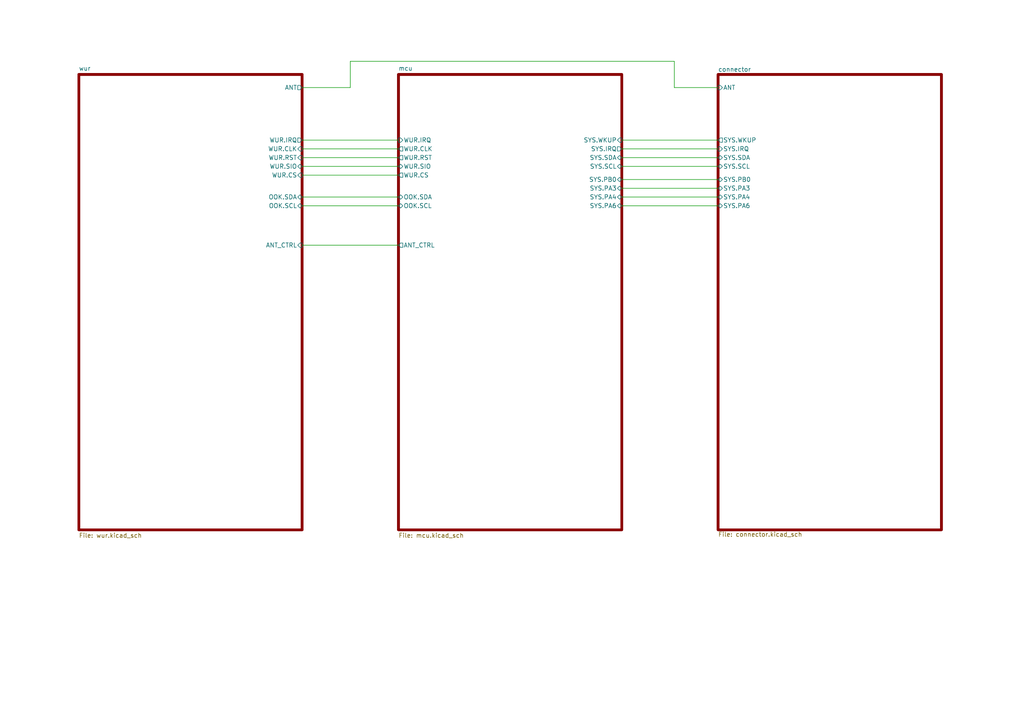
<source format=kicad_sch>
(kicad_sch
	(version 20250114)
	(generator "eeschema")
	(generator_version "9.0")
	(uuid "469302d9-7989-448a-8a09-d81406ccd89a")
	(paper "A4")
	(title_block
		(title "WakeMod")
		(date "09.05.2025")
		(rev "v1.1")
		(company "D-ITET PBL")
		(comment 1 "Silvano Cortesi")
	)
	(lib_symbols)
	(wire
		(pts
			(xy 101.6 25.4) (xy 87.63 25.4)
		)
		(stroke
			(width 0)
			(type default)
		)
		(uuid "0536a5c3-ecc2-4eab-93ee-78852008c6d6")
	)
	(wire
		(pts
			(xy 180.34 52.07) (xy 208.28 52.07)
		)
		(stroke
			(width 0)
			(type default)
		)
		(uuid "17feb09e-4053-4229-97f0-e66b35e7edfd")
	)
	(wire
		(pts
			(xy 195.58 17.78) (xy 101.6 17.78)
		)
		(stroke
			(width 0)
			(type default)
		)
		(uuid "2216242a-9a42-4a13-9329-ce74f4bcf6aa")
	)
	(wire
		(pts
			(xy 180.34 57.15) (xy 208.28 57.15)
		)
		(stroke
			(width 0)
			(type default)
		)
		(uuid "3be4c06a-bdd6-48e0-b81e-5f30eee6537a")
	)
	(wire
		(pts
			(xy 87.63 59.69) (xy 115.57 59.69)
		)
		(stroke
			(width 0)
			(type default)
		)
		(uuid "41de0c36-430a-46b8-928b-7417665fd901")
	)
	(wire
		(pts
			(xy 180.34 54.61) (xy 208.28 54.61)
		)
		(stroke
			(width 0)
			(type default)
		)
		(uuid "4a2177bb-1dfd-489e-bc92-419163eaf438")
	)
	(wire
		(pts
			(xy 180.34 40.64) (xy 208.28 40.64)
		)
		(stroke
			(width 0)
			(type default)
		)
		(uuid "563fef47-dd30-4b34-ae20-862fdaceed66")
	)
	(wire
		(pts
			(xy 208.28 25.4) (xy 195.58 25.4)
		)
		(stroke
			(width 0)
			(type default)
		)
		(uuid "5bbbda96-32e6-4e62-8626-0bb773db3f7b")
	)
	(wire
		(pts
			(xy 195.58 25.4) (xy 195.58 17.78)
		)
		(stroke
			(width 0)
			(type default)
		)
		(uuid "5eb19c1d-1083-497f-a3ff-7bfc2e5399d9")
	)
	(wire
		(pts
			(xy 180.34 48.26) (xy 208.28 48.26)
		)
		(stroke
			(width 0)
			(type default)
		)
		(uuid "6641a7be-3ee7-4ca5-b654-4037d1c15d98")
	)
	(wire
		(pts
			(xy 180.34 59.69) (xy 208.28 59.69)
		)
		(stroke
			(width 0)
			(type default)
		)
		(uuid "6d6c227d-fc59-4b5c-b143-d05be86850d7")
	)
	(wire
		(pts
			(xy 87.63 40.64) (xy 115.57 40.64)
		)
		(stroke
			(width 0)
			(type default)
		)
		(uuid "6de84a18-2bdf-4c7f-99d2-07b41aab547e")
	)
	(wire
		(pts
			(xy 180.34 43.18) (xy 208.28 43.18)
		)
		(stroke
			(width 0)
			(type default)
		)
		(uuid "81a2ac3a-8818-4d13-8bb0-7774e42aa433")
	)
	(wire
		(pts
			(xy 87.63 43.18) (xy 115.57 43.18)
		)
		(stroke
			(width 0)
			(type default)
		)
		(uuid "8d2a076a-64aa-4cfe-abb2-9c7cfd6a55c1")
	)
	(wire
		(pts
			(xy 101.6 17.78) (xy 101.6 25.4)
		)
		(stroke
			(width 0)
			(type default)
		)
		(uuid "9a3217ee-3379-407a-a12e-10193ad1dfff")
	)
	(wire
		(pts
			(xy 87.63 45.72) (xy 115.57 45.72)
		)
		(stroke
			(width 0)
			(type default)
		)
		(uuid "c71bb9e9-010a-4da3-b27f-629164370900")
	)
	(wire
		(pts
			(xy 87.63 57.15) (xy 115.57 57.15)
		)
		(stroke
			(width 0)
			(type default)
		)
		(uuid "c71f9726-a0c6-4c46-87ea-5c52752e349f")
	)
	(wire
		(pts
			(xy 87.63 50.8) (xy 115.57 50.8)
		)
		(stroke
			(width 0)
			(type default)
		)
		(uuid "d29f0cd0-e3aa-47ad-832a-0ae6117d65b7")
	)
	(wire
		(pts
			(xy 87.63 71.12) (xy 115.57 71.12)
		)
		(stroke
			(width 0)
			(type default)
		)
		(uuid "dfabd9b7-ef03-492d-971f-244c6b7f44eb")
	)
	(wire
		(pts
			(xy 87.63 48.26) (xy 115.57 48.26)
		)
		(stroke
			(width 0)
			(type default)
		)
		(uuid "dfe16926-8111-4f0f-b85e-342e21f85f9b")
	)
	(wire
		(pts
			(xy 180.34 45.72) (xy 208.28 45.72)
		)
		(stroke
			(width 0)
			(type default)
		)
		(uuid "ff1104ff-93ec-4e4a-8b83-258b76142385")
	)
	(sheet
		(at 208.28 21.59)
		(size 64.77 132.08)
		(exclude_from_sim no)
		(in_bom yes)
		(on_board yes)
		(dnp no)
		(fields_autoplaced yes)
		(stroke
			(width 0.762)
			(type solid)
		)
		(fill
			(color 0 0 0 0.0000)
		)
		(uuid "85d2a457-6611-45c9-84e5-dfc5d54ca0ac")
		(property "Sheetname" "connector"
			(at 208.28 20.8784 0)
			(effects
				(font
					(size 1.27 1.27)
				)
				(justify left bottom)
			)
		)
		(property "Sheetfile" "connector.kicad_sch"
			(at 208.28 154.2546 0)
			(effects
				(font
					(size 1.27 1.27)
				)
				(justify left top)
			)
		)
		(pin "SYS.WKUP" output
			(at 208.28 40.64 180)
			(uuid "eb72dd4a-b0ed-486a-b6c6-2eed0ab3904d")
			(effects
				(font
					(size 1.27 1.27)
				)
				(justify left)
			)
		)
		(pin "SYS.PB0" bidirectional
			(at 208.28 52.07 180)
			(uuid "0b99d875-58ed-4d00-be76-17f88fef5083")
			(effects
				(font
					(size 1.27 1.27)
				)
				(justify left)
			)
		)
		(pin "SYS.SCL" bidirectional
			(at 208.28 48.26 180)
			(uuid "08bb5bf5-0193-461d-b406-5fdd53a247b0")
			(effects
				(font
					(size 1.27 1.27)
				)
				(justify left)
			)
		)
		(pin "SYS.IRQ" input
			(at 208.28 43.18 180)
			(uuid "cdaf076c-1e09-42ec-ac7e-9331d8fe1e58")
			(effects
				(font
					(size 1.27 1.27)
				)
				(justify left)
			)
		)
		(pin "SYS.SDA" bidirectional
			(at 208.28 45.72 180)
			(uuid "ca23134c-24a3-4a8e-8a7d-f1aa17fd52b1")
			(effects
				(font
					(size 1.27 1.27)
				)
				(justify left)
			)
		)
		(pin "ANT" input
			(at 208.28 25.4 180)
			(uuid "5acaba85-438e-404c-b37c-35e48a34b6f9")
			(effects
				(font
					(size 1.27 1.27)
				)
				(justify left)
			)
		)
		(pin "SYS.PA4" bidirectional
			(at 208.28 57.15 180)
			(uuid "74d2caa9-b1db-498f-8b47-96f919b964e2")
			(effects
				(font
					(size 1.27 1.27)
				)
				(justify left)
			)
		)
		(pin "SYS.PA3" bidirectional
			(at 208.28 54.61 180)
			(uuid "17e34d69-f1e3-4f83-bea1-e0fa22312408")
			(effects
				(font
					(size 1.27 1.27)
				)
				(justify left)
			)
		)
		(pin "SYS.PA6" bidirectional
			(at 208.28 59.69 180)
			(uuid "c4f5962e-383a-424a-83b1-b8d1325f7a51")
			(effects
				(font
					(size 1.27 1.27)
				)
				(justify left)
			)
		)
		(instances
			(project "wake-mod"
				(path "/469302d9-7989-448a-8a09-d81406ccd89a"
					(page "4")
				)
			)
		)
	)
	(sheet
		(at 22.86 21.59)
		(size 64.77 132.08)
		(exclude_from_sim no)
		(in_bom yes)
		(on_board yes)
		(dnp no)
		(fields_autoplaced yes)
		(stroke
			(width 0.762)
			(type solid)
		)
		(fill
			(color 0 0 0 0.0000)
		)
		(uuid "906139f2-6278-4c88-aaf6-d4fdb7e337f6")
		(property "Sheetname" "wur"
			(at 22.86 20.5736 0)
			(effects
				(font
					(size 1.27 1.27)
				)
				(justify left bottom)
			)
		)
		(property "Sheetfile" "wur.kicad_sch"
			(at 22.86 154.5594 0)
			(effects
				(font
					(size 1.27 1.27)
				)
				(justify left top)
			)
		)
		(pin "WUR.CS" input
			(at 87.63 50.8 0)
			(uuid "755a7c60-d8b8-4018-b11d-47abc9dc06f9")
			(effects
				(font
					(size 1.27 1.27)
				)
				(justify right)
			)
		)
		(pin "WUR.RST" input
			(at 87.63 45.72 0)
			(uuid "774f74b9-a0f8-4798-ae44-cc2ee0100a1d")
			(effects
				(font
					(size 1.27 1.27)
				)
				(justify right)
			)
		)
		(pin "WUR.SIO" bidirectional
			(at 87.63 48.26 0)
			(uuid "abee0011-a615-4952-b6a8-67b4c43ad79a")
			(effects
				(font
					(size 1.27 1.27)
				)
				(justify right)
			)
		)
		(pin "WUR.CLK" input
			(at 87.63 43.18 0)
			(uuid "f61acb62-2ba1-4dd6-ac99-4f7fbf480eca")
			(effects
				(font
					(size 1.27 1.27)
				)
				(justify right)
			)
		)
		(pin "WUR.IRQ" output
			(at 87.63 40.64 0)
			(uuid "0611a30f-2ea3-4de3-9d27-b598ff98685e")
			(effects
				(font
					(size 1.27 1.27)
				)
				(justify right)
			)
		)
		(pin "ANT_CTRL" input
			(at 87.63 71.12 0)
			(uuid "8e65403a-1fe2-457f-85b2-1f00997dd282")
			(effects
				(font
					(size 1.27 1.27)
				)
				(justify right)
			)
		)
		(pin "OOK.SDA" bidirectional
			(at 87.63 57.15 0)
			(uuid "438d3008-fba8-4eb1-92c6-cde90201b29d")
			(effects
				(font
					(size 1.27 1.27)
				)
				(justify right)
			)
		)
		(pin "OOK.SCL" bidirectional
			(at 87.63 59.69 0)
			(uuid "dfdb5335-6433-4789-9f34-4e1d58d8d215")
			(effects
				(font
					(size 1.27 1.27)
				)
				(justify right)
			)
		)
		(pin "ANT" output
			(at 87.63 25.4 0)
			(uuid "166aeed4-8377-4ee1-99d5-2c8a3ece7088")
			(effects
				(font
					(size 1.27 1.27)
				)
				(justify right)
			)
		)
		(instances
			(project "wake-mod"
				(path "/469302d9-7989-448a-8a09-d81406ccd89a"
					(page "2")
				)
			)
		)
	)
	(sheet
		(at 115.57 21.59)
		(size 64.77 132.08)
		(exclude_from_sim no)
		(in_bom yes)
		(on_board yes)
		(dnp no)
		(fields_autoplaced yes)
		(stroke
			(width 0.762)
			(type solid)
		)
		(fill
			(color 0 0 0 0.0000)
		)
		(uuid "f528979b-d3b7-498d-9877-55715c9b6cf7")
		(property "Sheetname" "mcu"
			(at 115.57 20.5736 0)
			(effects
				(font
					(size 1.27 1.27)
				)
				(justify left bottom)
			)
		)
		(property "Sheetfile" "mcu.kicad_sch"
			(at 115.57 154.5594 0)
			(effects
				(font
					(size 1.27 1.27)
				)
				(justify left top)
			)
		)
		(pin "WUR.CLK" output
			(at 115.57 43.18 180)
			(uuid "dfe15959-a233-4e29-9995-6bcdb74627b3")
			(effects
				(font
					(size 1.27 1.27)
				)
				(justify left)
			)
		)
		(pin "WUR.IRQ" input
			(at 115.57 40.64 180)
			(uuid "92af6f28-22c3-41c0-b814-2fd1d8839696")
			(effects
				(font
					(size 1.27 1.27)
				)
				(justify left)
			)
		)
		(pin "WUR.RST" output
			(at 115.57 45.72 180)
			(uuid "9b494c1f-afb2-4059-82a0-5a97d4370148")
			(effects
				(font
					(size 1.27 1.27)
				)
				(justify left)
			)
		)
		(pin "OOK.SDA" bidirectional
			(at 115.57 57.15 180)
			(uuid "455558c0-584f-4ada-8afc-707e35fb503f")
			(effects
				(font
					(size 1.27 1.27)
				)
				(justify left)
			)
		)
		(pin "WUR.SIO" bidirectional
			(at 115.57 48.26 180)
			(uuid "afed7568-9db4-448b-994b-a27a34c25ac1")
			(effects
				(font
					(size 1.27 1.27)
				)
				(justify left)
			)
		)
		(pin "WUR.CS" output
			(at 115.57 50.8 180)
			(uuid "315758a8-09b4-489b-bc74-092eb0c744d9")
			(effects
				(font
					(size 1.27 1.27)
				)
				(justify left)
			)
		)
		(pin "OOK.SCL" bidirectional
			(at 115.57 59.69 180)
			(uuid "eb972754-fa23-4184-8106-da6e90cb29e7")
			(effects
				(font
					(size 1.27 1.27)
				)
				(justify left)
			)
		)
		(pin "ANT_CTRL" output
			(at 115.57 71.12 180)
			(uuid "b39bf05e-228c-49e8-bb99-851fe47568f2")
			(effects
				(font
					(size 1.27 1.27)
				)
				(justify left)
			)
		)
		(pin "SYS.WKUP" input
			(at 180.34 40.64 0)
			(uuid "ee4f7a55-1c56-45f1-8bf0-11ef94092eba")
			(effects
				(font
					(size 1.27 1.27)
				)
				(justify right)
			)
		)
		(pin "SYS.SDA" bidirectional
			(at 180.34 45.72 0)
			(uuid "6ed761af-064c-4661-9076-eae83e3c249a")
			(effects
				(font
					(size 1.27 1.27)
				)
				(justify right)
			)
		)
		(pin "SYS.PB0" bidirectional
			(at 180.34 52.07 0)
			(uuid "540cca23-4b8d-49f8-a027-453e833578ba")
			(effects
				(font
					(size 1.27 1.27)
				)
				(justify right)
			)
		)
		(pin "SYS.SCL" bidirectional
			(at 180.34 48.26 0)
			(uuid "0e7aecf6-607e-4e2f-b74c-862c8701d173")
			(effects
				(font
					(size 1.27 1.27)
				)
				(justify right)
			)
		)
		(pin "SYS.IRQ" output
			(at 180.34 43.18 0)
			(uuid "3d8d642a-22ea-4bb1-9db3-7892eacaf449")
			(effects
				(font
					(size 1.27 1.27)
				)
				(justify right)
			)
		)
		(pin "SYS.PA3" bidirectional
			(at 180.34 54.61 0)
			(uuid "eb5fb441-ef4a-4cf7-a9ca-5d5ad92145ad")
			(effects
				(font
					(size 1.27 1.27)
				)
				(justify right)
			)
		)
		(pin "SYS.PA4" bidirectional
			(at 180.34 57.15 0)
			(uuid "6b248561-ccd3-4617-865e-d8b948dd0c8d")
			(effects
				(font
					(size 1.27 1.27)
				)
				(justify right)
			)
		)
		(pin "SYS.PA6" bidirectional
			(at 180.34 59.69 0)
			(uuid "fb75c938-3b21-42ed-81f2-cff615d3e9eb")
			(effects
				(font
					(size 1.27 1.27)
				)
				(justify right)
			)
		)
		(instances
			(project "wake-mod"
				(path "/469302d9-7989-448a-8a09-d81406ccd89a"
					(page "3")
				)
			)
		)
	)
	(sheet_instances
		(path "/"
			(page "1")
		)
	)
	(embedded_fonts no)
	(embedded_files
		(file
			(name "ETH.kicad_wks")
			(type worksheet)
			(data |KLUv/WBAKZ3KAKrfiVsg0EgCeQN0HXDJJYqqVNV0OlNFZPRQhGA06ORqBnkZub/LBaEFpQWWMkgG
				jtcWljD4u8UIfmlnce45gj1I2zzk+2e5KDMibvM0gfmImJmDS7Q9/gwDXvyD7zsUmWq+5JgOZOso
				8wvKiKjRExvK1a30G7RzCilCF+1RRaZVHiOk91R61z8um4GmUtwRJu1+vReiY8gXeVdNAnWQSVN3
				eJmgs2rB8ED+5FgWiuPUGx0LfEFc+9StwtERh+Plg70k3CCyNt7kph06mFv8FEbwjRI5UiYZsELc
				pKJe8oBvQi2D60DOWKgqVPw+2e03kevst31fGtETH1YwfWP4tuApNBR3iSMhCGELo5Ai3wu5IGUI
				4UanWR3PjilbocrNLpTg98MZrIUR8R+Rsetd0ZqIcqldJ9zicTt/yZgdo25LFxqCS5lRIFG9UkK5
				ox+RIdKlhs2k1AJCZetWgawVKHXIZgpGVjWUnj4N8RMN4SL7OEvg/YuRIU+LQxeAkRbt1uJI0Ath
				dCaNzD12RO8kFC4YDom+P+SEsXuX3DBimLl1PQqmzId26sHAJzR8UMljMfLKOQnSPFvx2YJMgW6U
				dmiLFnuSvvtjdeM9r2zUUaRUGJiZjoxu1P01/ZxBTMLHWfAKgiMF/2OtZ887WJRt6OE44gphfZZ5
				+GO6mFwQCMXVeAUYks6ch9QNeSZBgcpVsdqb80A1CutUT0C0zhhQT3Q3QoSkRGQNF01SbAxS0Ino
				OmvZC+TQ4egoV8z0WZGzs6n1onumQz395KmkEOO1mtDTFB2Pi7dLWcTJKQ0Pq2hkBc7JNWmDaJee
				CpTKGqQtzvEq0+C8+W1FHBARR5r7xs25tcEjkHa2oflIHD7jBQu0hpaMCWZf1Ysypb1x4Hmzro77
				crDx0bCL+mOVrpUKe+SxTh1yu75Ujm83N3EJTNU1I72yDLQ7yLcswHy3PlW8SSwajmCpc33jFWg1
				iZ8CJHGGaM9aXBbl6lVTZa9crD05NeUFckZVxcym0m4KoKSnPWHumcFNa8fZY+5W8yF66RoZbRiD
				dnxWQApjML32qiOC2IbPAMmqRc7ofm37gU2aWR26OgTpuiyAlk0snKm9rlCkuog2NofaHJY4KPBz
				t+Y2UZGSualeHKaUPr4w71ZA2guajhQkHUiM+6Hw1brVDBRXjGnv7UqmvhO63N0+RZ392vuj3oTg
				JWpZAI5SqzpEftU67y3bQG6qXlOI840Fj7AZM+eLXo6ott5q+8MmZLlv8/eibEijcesD90zO1x40
				ZQMxH9n+mRH79apk4aZbUykkzQi5vFfDR1Rp+Rtp6wcNMugfUV88jx+CIbxpOPvt4+Xtqp8yUxie
				xOZWvh37Hj2RF/pOcByjXexLJmDkVKv+WI7TOZCz80PkOM4b4klbq0csLjhdDTzuGrmRCw2lkFfE
				qa6sPrBcOUZmJ0alU+92c/JA53z2SRJRdkWgQcGyIffKaAeGKMKC6XQq6t8fOAyO4mcpwU8w0m/X
				WgpOkidILoqD4fNMvHCEBQRSnkJT8AzItqHI5+lIfjrQgjzMz6vCyRMpAQQ4mo9GJt3CXSQTQ+sR
				HaolCg4aHciUTn0FJRYcaM68Ulehe9tDaAU4UN4lmiwIFAdSuDw/AgmT0GV8t6aUOdqdpuzgSBA4
				qs/hJMyaUriVPidaQAIHA+sujwMBYzG0zRpYBMnLUy9pwJM4h2OAAAMBpTDKuJ4npUDAQAZQ5wMN
				DJCuJVcoCCzGp0mZeUDWyzpiFAQOY9QcLtsgBgg4kAA/myWGwrN5wIB/4BcAgDyrhoEAcjQgYZ/1
				MUDAcSgIAsU/0BQIAkdzwJ5pARK4z9Sda06AA+bd/APJYhQHivtMa1ROj6IoEEgOKAfuurxtAbAE
				jHhNbQEOpHEpB2BAPN/3bNLzza5tfUBu17qMF7jVFDYgMRAoDrA32uqp3MIGJAgYB9K+te89vQsA
				AIAAaPxO7QIBRoAFBGjRdAGYFuBAPd9lncrpagBjGMY/iuOAPLd2neYFABCA/eoLoOXZvgUEDa19
				GaXN7GcgqM73xGMxGT7KXlPodPFDVz43IovvCvnclYACrCKwHH9uWK95Dc9upreMkwYFE6LucgHH
				Cvqj1Lyi4zJF2gomqZeqv4P6oIDICCFroJS5VDThk7/BEvWZTs0UfaooqMmSIY+583NP46lOIBnh
				X05UwCiYumSIu5No+9Yp84jjfEsKnT7owvg12tDo0uF8MAc5l8dZHrvqcO5HrYrIurilU60oxawE
				Vv0M953fVC+8SbLtUTGRouO13CEus57qk7DOCG8D5kNzgzS6enXBd5w+xYj8eKJiv+TUjVOkEvMF
				RXNPbZTuYCLci3d3anCqnZCfwkmr9sfAGJjqOAwYz5l+NsDIK3B5/cwUGkMTqSKCHlXwi9FYhzN9
				9k5jOJHVumoEOcU3xRubtsaGOEElYhHzWKfLeq2QlM0PYlRwg4ns5+iG96MYHjVUUcett/tvSdJL
				Pez8RWSeIJz1aWt+/NiyjO0iXNt9EYpPUVnsF5PlUaDnQNir1TkfSg1XHhwbLo3uvlGIZMx5Bo/S
				BoyjvzeE/Y1GvZ0qq12CQDOpWgideg4H7xXZdAyteic2931ifcOdzaaNmMX8EiPS8p00bm1/JBem
				KlRVwVj7PWr7Ib/JL10vp9v+tipkPh3IQHb3FcPh5Jh0R+8jQ3vi8/JsbMCCPPX9x4Zqz/L9E8VC
				RMogYASsYiZgZZ6FmyNGuR/w0Rm6bIpD5diKU1ydW20O9cMRExcEIbhnNLEqdfny4ppzze+K9ZkT
				JbeTxi72OpPu8R4M9xTwZc9eskdeAr8Z5J+m2MZPL+Kccj/l6T41iXE7q/PVHwG/c4TtJpLLGtHQ
				/Icv6PQZiv2wHLezb+LMWi/8J5mWfASykDZx56kJXOI1P2M4YFU2TLlPGVQjRgJH0XHRepYWY1TD
				f6BtH/D3XpOJ/6u/9RUX6xMH9VXaHLY7Rbf6Z0S/c06V3G5wIi4tN6qowzkY8qZvpJ+gG7kUHuI2
				LPzEomMnPrfxFbUisIcTrr5s6HyNYGpBtLPhP9lXhaUcQINN6LLXPJqV6eWwv5LYU3sRT+9RIVqq
				nfKXZy9bUmtG50vawDAzq8b2wmZEAq200ejKrdKYuHuZEytONBFqDE2MIOxUOmzdQQ52nhbWidny
				PxTi9qvVU+f2kBvUuKylazBv6zvyO+cS3FctfHnPcJKZsJzpO6MblIWh/4q4WMYhp45fM1gTVYPv
				IEyDgJ16kMc4S0pgn9BpRdhBqVyX3PsGTfkXr1O/hGHoLjXvMn22bPBpp7f7fHGR4ARWBOqSavWc
				S38JUhl+LgZpELDlffYj6Ip2lMTN6D1ebJnmV+Camk46jL3Dl1K1keEZKXZJRRdKfLqKENGC3RvS
				0DSm+P18wLRPiu+ThjeajcDbxRwt/kwnw8MpSfd5p4CycyICRzqhq+uRTS3iAn6oRZvfzbdIy4Lq
				q8TtpC3SMc2k5rH0BPf1+25sFDQ6yNrR/oV+G2ELQY+66UpDm0DBPc0XFPGovj1hCgJt/dMQd6ro
				1ogAVbPeI8f1R/yLzUHsKhgRudYZ8R+8MTvcBPlAViec7ADN2kFDfljV5t9YEByJmuDqh7/6dI2X
				jLmfToYn5R8edgh/wf6QbnP70w6rYwT9Dnm5gnF4BZqPlFQzrla+qFW3x9ktRu5vtj2ITzYbWMSG
				VToz7lT9ncjQpe4iaWdSAzr/V9Xom2FtswSH6TIl+6F0xlbTBimTGZAxkZWGzNyaUvckQ1iCWhxo
				ae6rrW6kwF5ysC+us4MYe764NilzwmyIwe4HDL3HCXEssDbY6DkY/mQgHK6rS1UxpgCPYd7si0MZ
				iLIhiInoJF4s/nN0pnp6efJx0HGLTaUQaohI4dVo6q8Voq/Hk0BUw1NxKX3wi/fxzZjcGY9NwcKk
				2JTE5XYt9blLZqymZOIJf/6q7FOH3LDq3fb6WcdSzTFoGiLqzbDndJD8/1n4lSqRkXSZFGuQAqr4
				+a7ouEKaa6vO7m5UqlDwceRvZUShpU7WS+QlNSWLUmUfRCGJT3OCQTzlj5bJWOY8MXIONIZXFNjG
				9zCNmKVgQ9iiDaasGopmxt6cTGfHV04aKy85OJxChtWZWnFeJbFay2svfxQ9AD9O0Rs20TFNcL/D
				cQVkfL25sUnzulXqPkrC0ubM4hQ7BWf9xKzUu3+i/LijFPGaiubPLonZpnW9Mm3IDILsJn15Ua8k
				Qgt4rReXRT57u7gVzmI37uXLKR832j3NJ8YomkrT5PUK97gfowDUm5HA8LShiVQ8blRmNrymYKpG
				vEckT+p4MEQVqDZm1kdUQBSiT7POZx+YXDdJNa+lsTe5KO1GZAMtz8pk67kef1RSvbxT7ie3W9xj
				ICgwuiMWJgrrdHhuSteUWaLM1NpJXgJHFohYuon/uZ3b0lYV9Xw65kskcLETJ8/rrwRCfVJ94xVI
				jYyGRd8fa8oNqwDppxEN9OjtoyybXSo0Os+5YRjVSZiCi6Cfva1JB7IoO2IXuAP3vC1R+mR5TZuz
				t4p88Zq8fT8bnImi49rwHoNPWElmdhyXzGk9e+7u+KsZULQT/RVtiN+POZcqumTgN+HgcjeJn0LT
				o4fVfw3XO8lkXDv9vE6GuQ3OG1g/xBVSHejMeKs4c3G4iGynsZ2uoXxYz5S0sFilbkyw2MnGFf87
				DMjcNJLppSOD6pM+nViZn2Yp7WWJ/lslMYnlFZXEqvVPdpufj2FhTYrigQD/CGtxi0OiXXE+E3m/
				6ULttLUMWj/TSn5jBpaOwrEoD8Ig761dssSUZ5d26Ll79lm8bGis8cnz3YJTJZKWuCI9QPyIk2AJ
				igmhY+yMs8+70wql1ugsU/e3RtZdJdSs7gvuKwvfGLihpZ22QfMPPJ7rT3Ty0lU6QYS8DL5GeOqM
				iaSfXDD3esRrlDQ6fqzI1WCdpQnrz2TD3v7bfqFRzWn1TaMJYg7DDdkeDF5DHxESkngF36D+yMna
				umH/R/PbWfBMq8KTpROnyk8x1/aaYVOTGJVgd81zrnfE0UtiYOE7yP5Mx15JcNx8++iiUBRct8sM
				Re96cyOWC/LGFJbhDDasIctFc5S1RMi4DB/uQJ6swJL4LpQPTyWE5ZmLXXjnd/Ga2AvADye1skoX
				vXmuNdkJImYYeJMPCh0tDEoenYs6G3ehRUicfMutLsS6Faa80icyW8/Mm/X6i9RK6ziQWHj/J4r4
				yXeRTnUH5QyGWVFP1UzTQGKsWaVwRUO9HWzcqw9QNVoxXkyFsei9ide+Lnixmfr65rH0fWmsbyD5
				Pw4k3CWk9TzYtm95+nIIXewjtFeTA+l9GEEYmk6e+KRpWEQUEODkqjNEOx7rdCBQNsXPq6T3HXJF
				m7QZ4ORSHjhKm/HOojjJlLFaSHVyPLjmyypkJO7C+XBGn4vUJB7RwU6JUpE2U9OLP5KI1HESIxD3
				WlHD+Jb/WDUCI/DSBspiQyBXLapHIYZXL8dr2NpixoVOnpYc0VfZei8XNDxZXBbrE0k9rgG1F0S6
				SguqsqFXGbU1NPubwvL4S+IVBA4sbmXB7Tiqp7iQjS/1dpJYcIZThYmT0yG1QSYqiNvIzeYUhcBo
				OGDKSpUFaUuZAs89rFJuDM1sJYbW8m/sFKM5X0LGzECdYH5torUtRL7J07LFEOm6NqYE2UEFrsvq
				KRFV9Ud12ZEfCmWApKAmEtqbbxg22rktszLP3p2UzEIXE5g/FyYecDmhySx2k/b7JNQmW+ZIaWXj
				Wn968CqO2ZHDRrUysQZ7HujiE4nRi0WKVcJQhIl7TLVTJ+kEHPjX+llUTuHX8Y9F1pUy3+JMbc1K
				vGifnMv2RBixPzczKbNXo5Hlvik2NhyXQdpL8xOu2xQcARgQgAF1KtfzecMHGuVImKZRjAMONEyD
				gGEYiXGAKYpkMRRQYF1XwVtLCegJHr2UET6MYtPGo/V5mGowTucJYWN3IMfZnEcaILvuVRNtmaPR
				TLGPDvyI61JO49okagdfq6Uuv7xh1iose2aQ38qURpLj8vunRtad9bOxW6c42T1CbOm6KZ/Qf/dM
				QoYT6F1ZmmkTKf+WewbfxO99c5x4amciCAbJQzruYSe6k3j6Z+HMd04FdVbDoavOqPs/mFqQCPqU
				88ZXgp0xcoQ7B2417OdgIIbg2X7Y+W+NgJCJd04Fn849PQliuQQNf/2sgMIqI/N0ARVqBkzCaPju
				bIa4iNos77rnEMySdkvFXp44UCaqT+0GszYgdudgCK5ZOw7LNUgreIgu0AT9eH8MhApXad6EEj7a
				9HE5MYHKrxYxXTcfUA8B6rEZeQkUDcEHHRbcIMMjhiWLHSQ+RGCKcxMIVOcplSAFNit+TWpCH90H
				WLjUVjHoDJyOKjQki8YLwrpe19ikXOrVdYLHPpYcOwuh2JJ/autO6hGyHt0AEexbe7BzMVoJHzS8
				PutWoK6w/iFDRdShnLRQh9yz104ogQqPMQoGNaYvYmjiSjuLYx1o85FwwmjyKIKVPloEO9IOxP5U
				hV6gccj6TNZB4sphUu2sBtcjQ5iYgy0w9aQnaGQbClUcDuUhTvItYwjiion2DJ7QLxGRDqmr8Tf2
				jhh2iqY8u8cwVITBPb1nAnszxhfXlTnshb8DaTOoNLUI7icybB+YgZE3X23IMYWRnBPEXoIQpFQz
				yUxcf56Z3iqYjY7NwvyY22gSvIm2nFKLCF1latEwQWOr04awcidjIhMSycJyVHNc88Bn5bZDSYxa
				190g5WQz8rKnjHXjS+8iXERJ7JAZCRyx3DeMSZ4pM5ymZdKdGmsMTOXY4x8rlPgw5N+RzWZGlMMY
				HV+nob/OodfcE7outOlJrt5EIrpT1gvRJkJt65+wQVgJXvtCgSDr6fGOQIs4Qefp+7qwfVAfJLKX
				20zIUPA6mLzCCCjtidMpy011s8ShgUhvQyhbV3tSkBJ0ktzqWbWuHvZ8iRNS7Zi4T0brSb+bZk1E
				GN0TduzPx1rdHK/VvVDYKBylkm4iQTeic/dUbrY1xnMcA7OmqVvN6SF/u3rLCAP+I7F+FqKMmk0N
				oXiRxkqLCdrjBLekTjErtCHdsjGE969S2hgEh4xpK9Mf63yujNcWZuzvayyaflp2t09UAsPwBqcg
				S9tnk0ETE6uYHvYK9JMVkmhPvRna1kOwQdqD1OlMrUImZi3iTIQBPF3LACYh5k3wWE4TterWtwfS
				ZeTpPe27S8SkOdDMv/VlQLOvuguqx9wzJ6Y01XKW/JjrXuyG1zXx8Jz2m1S3utrrtOQ/hW+j0+oK
				jYNpqmzdMmyMXF5Xv417UEtJOo+FZYppvsZ+YYwukkxyWlNc57ledL/xp71bqwhemnAfoUVBa6O3
				kUhdr2UBo+CwwHRQlVcQqO+WO8gLYv/kv5Mr9Afk0LGPSB/x4NKc6W2DkQrLzpsRuu2EMLG/yHSF
				MF0Fy726GVf1drfleU4o4fOkyOtRzGCpBmxR6FYqpchTqS/vXvT+ShhzqVWWFJw32xgDGmMMWUAn
				Iimxj8WFHtr2jiLnaLbbaqumglaa0M8ozSw8zBR1FhnDyC4/GOpOio4dVxIL8llCMGxAHPpndvm+
				BxsHdl2EVUl8mxgPX8jaNkt0TEkB6SSvkAhOkLy/p3LSQNavGRvtloeeLKk9+A7V11sx+siUZ/hr
				O3qOUMf+H67e6IxXoBm8GMBYfDxYxmsDcOwgrM8czzhC9FzFKt2fOdYH9o0iY/Oc5evmn6TladDg
				TP9lOkqgYl5we+R+kRLBtfFC1dvz4j4422ZqHKsUkAEbk3+vYCI5n1cXY/mUkzYiu3D/aFPIIySF
				A4EWqNGUQcYQYgwhhBBCRERmhB4RNUFMQXWaDiKJGK9hhhBGyIgEEshMIJGIJJEUpKCGMfKoBFCK
				AupGiY0YPrdr+Cl5WCoCPaBiWpkhahYByrV3umLelUihnkrP6SndhgtzFYjZl4Zqmc9LRhwBi6MV
				ptWUtVWjKq7gM1fS6jEmg9LtJEOVk+shwljGjosLLfTKUg7PoZJQuW1jKFOdK/f2/C+sMiLjMmGA
				O8ol8zF75oBsIIeZMpeRGZcJmZ4bNxQxKl0v1yhBKZdfy5J9iAS26fwMcdAvYCYzPcMyILHtKjcA
				rEf6eXEwKgwiDBxcojG1Aw+TEonUaTSqD9XXic5sDGao98ZhAxf57ICDgKKKMorxmVQJi8sfMNOO
				LPJwPFZSmcX8jMq4/MgXTVk/FwxgEplNkJMqs8DlMjqjMi0Trz5ABm2VFXJSzCQZydRMpIhFmVPP
				oI/RJFNGBzkDJmQ00w2OqDkOvm82WGWPDViMTudtNw/Azf7CS/zSQmbOnAOaMGcSYvxMJ8uszGas
				i5A4A0SsAs3ArKasp6t+gYYDu0A+NAcVpUWgGZjVlPV01fq65ExGOdUvd+51F/We+WK/Uc9bfgWK
				2frJA4EQyFQC3HSGyRjCpnhOkwhQjXMQgYwWx5MLe9BQ30XINUN1+Ato/umFrCZj9G15dO1blYyA
				0Bg9eo+GPpmMiBUPL45yiyRT8yEvkDPtot98MhL1Kt9tMDqFawRjolciDgMgIQGsUGDrrRmcT3vU
				dG8aN00PJPaPiyPL2ODH/bRohxL5mO1onGS/MXAUnat5bKEZwRCn1Bzs9G2JAYlWr8e08w==|
			)
			(checksum "32EB75F205056DBD82711B52F2948E87")
		)
	)
)

</source>
